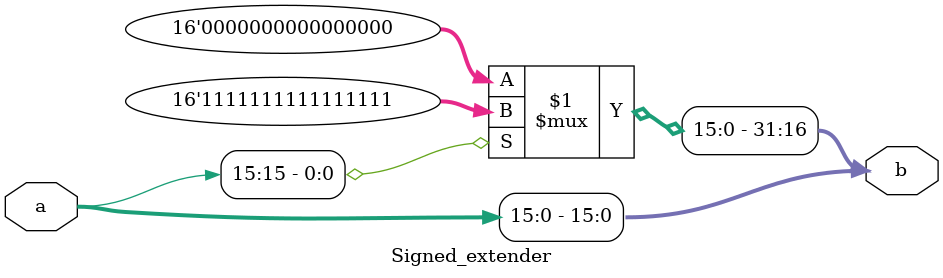
<source format=v>
`timescale 1ns / 1ps
module Signed_extender(
    input [15:0] a , 
	 output [31:0] b
    );
	 
	 assign b = { a[15]? 16'hffff:16'h0 , a};


endmodule

</source>
